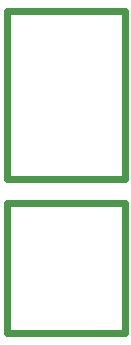
<source format=gbr>
G04 #@! TF.GenerationSoftware,KiCad,Pcbnew,(5.1.0-0)*
G04 #@! TF.CreationDate,2020-07-01T23:26:51+02:00*
G04 #@! TF.ProjectId,POxiM-fingersensor,504f7869-4d2d-4666-996e-67657273656e,Test proto*
G04 #@! TF.SameCoordinates,Original*
G04 #@! TF.FileFunction,Profile,NP*
%FSLAX46Y46*%
G04 Gerber Fmt 4.6, Leading zero omitted, Abs format (unit mm)*
G04 Created by KiCad (PCBNEW (5.1.0-0)) date 2020-07-01 23:26:51*
%MOMM*%
%LPD*%
G04 APERTURE LIST*
%ADD10C,0.600000*%
G04 APERTURE END LIST*
D10*
X104000000Y-90000000D02*
X114000000Y-90000000D01*
X114000000Y-90000000D02*
X114000000Y-79000000D01*
X104000000Y-90000000D02*
X104000000Y-79000000D01*
X104000000Y-79000000D02*
X114000000Y-79000000D01*
X104000000Y-76900000D02*
X114000000Y-76900000D01*
X104000000Y-62750000D02*
X114000000Y-62750000D01*
X104000000Y-76900000D02*
X104000000Y-62750000D01*
X114000000Y-76900000D02*
X114000000Y-62750000D01*
M02*

</source>
